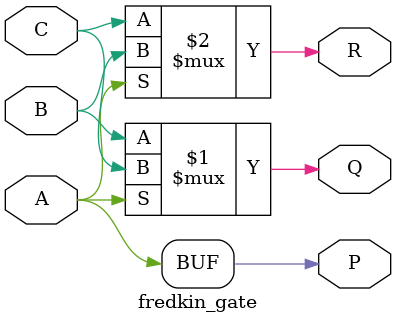
<source format=sv>

module fredkin_gate(A, B, C, P, Q, R);

    input logic A;
    input logic B;
    input logic C;
    output logic P;
    output logic Q;
    output logic R;

    assign P = A;
    assign Q = A ? C : B;
    assign R = A ? B : C;

endmodule
</source>
